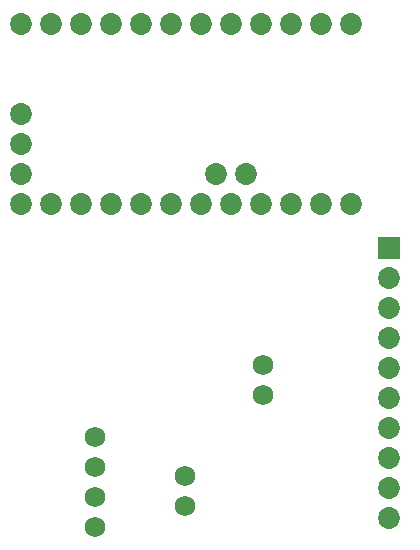
<source format=gbs>
G04 Layer: BottomSolderMaskLayer*
G04 EasyEDA v6.2.46, 2019-11-03T11:34:55+01:00*
G04 e10e46a80a834b6b97d20d57123ccb7d,d15f1e4770a0489585fd403fbbc54e69,10*
G04 Gerber Generator version 0.2*
G04 Scale: 100 percent, Rotated: No, Reflected: No *
G04 Dimensions in inches *
G04 leading zeros omitted , absolute positions ,2 integer and 4 decimal *
%FSLAX24Y24*%
%MOIN*%
G90*
G70D02*

%ADD28C,0.068000*%
%ADD30C,0.073000*%

%LPD*%
G54D28*
G01X9000Y12800D03*
G01X9000Y13800D03*
G01X6400Y9100D03*
G01X6400Y10100D03*
G01X3400Y8400D03*
G01X3400Y9400D03*
G01X3400Y10400D03*
G01X3400Y11400D03*
G36*
G01X12835Y17334D02*
G01X12835Y18065D01*
G01X13564Y18065D01*
G01X13564Y17334D01*
G01X12835Y17334D01*
G37*
G54D30*
G01X13200Y16700D03*
G01X13200Y15700D03*
G01X13200Y14700D03*
G01X13200Y13700D03*
G01X13200Y12700D03*
G01X13200Y11700D03*
G01X13200Y10700D03*
G01X13200Y9700D03*
G01X13200Y8700D03*
G01X11928Y25171D03*
G01X10928Y25171D03*
G01X9928Y25171D03*
G01X8928Y25171D03*
G01X7928Y25171D03*
G01X6928Y25171D03*
G01X5928Y25171D03*
G01X4928Y25171D03*
G01X3928Y25171D03*
G01X2928Y25171D03*
G01X1928Y25171D03*
G01X928Y25171D03*
G01X7428Y20171D03*
G01X8428Y20171D03*
G01X928Y19171D03*
G01X1928Y19171D03*
G01X2928Y19171D03*
G01X3928Y19171D03*
G01X4928Y19171D03*
G01X5928Y19171D03*
G01X6928Y19171D03*
G01X7928Y19171D03*
G01X8928Y19171D03*
G01X9928Y19171D03*
G01X10928Y19171D03*
G01X928Y20171D03*
G01X928Y21171D03*
G01X928Y22171D03*
G01X11928Y19171D03*
M00*
M02*

</source>
